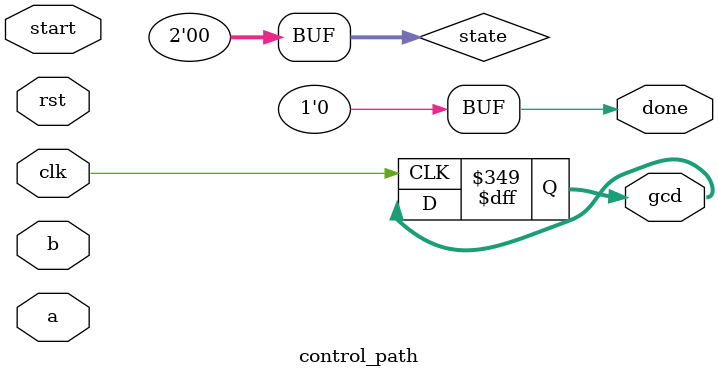
<source format=v>
/*
    Assignment   :  4
    Problem      :  3
    Semester     :  Autumn 2020
    Group        :  G9
    Members      :  Akshat Shukla(18CS10002)
                    Animesh Barua(18CS10003)
*/
module subtractor(a, b, diff);      //returns difference (a-b) in 2s complement form in output diff (simple subtractor)

    input [8:0] a, b;
    output [8:0] diff;

    wire [8:0] _a, _b;

    assign _a = a;
    assign _b = (b^9'b111111111)+1; //compute 2s complement of b

    assign diff = (_a + _b); // may use adder from other assignments here

endmodule

module continous_subtractor(a, b, a_out, done, clk, rst);   //subtracts b from a continously until it is positive and notifies of done by wire done

    input [7:0] a, b;
    input clk, rst;
    output reg done;            //denotes if process of taking till positive difference is completed
    output reg [7:0] a_out;     // final value of a after continous subtraction

    wire[8:0] present_diff;     // contains value of _a-_b always (may be negative)
    reg[8:0] _a, _b;
    reg state;

    always @(rst) begin         // on reset
        _a = a; _b = b;
        done = 0;
    end

    subtractor inst(_a, _b, present_diff);     //present = _a-_b always

    always @(posedge(clk)) begin

        if(done == 0) begin         // if the process is not completed yet
            if(present_diff[8] || present_diff == 0) begin      //check if present_diff > 0
                a_out = _a;         //if difference if negative or 0 dont update _a further and term process done
                done = 1;
            end
            else
                _a = present_diff;  //if difference is positive, put _a = _a-_b
        end

    end

endmodule

module data_path(a, b, load, start_process, process_done, gcd, clk);    //datapath managing all data transctions till output

    input [7:0] a, b;
    input load, start_process, clk;     //start_process should be 1 to begin processing
    output reg process_done;            //denotes if the processing is completed ie we've got the gcd
    output reg [7:0] gcd;               //contains value of gcd after processing

    reg[7:0] _a, _b, temp;              //registers to hold values of input a and b
    wire [7:0] reduced_a;               // get changed value of a after continous subtractions
    wire reducing_done;                 //wire to check if the processing by continous subtractor is complete
    reg state, sub_rst;                 //sub_rst resets the continous subtractor to load new value of a and b and starts processing

    always @(load) begin                // on reset
        _a = a;
        _b = b;
        gcd = 0;
        process_done = 0;
        sub_rst = 1;
    end

    continous_subtractor inst(_a, _b, reduced_a, reducing_done, clk, sub_rst);      //instance of continous subractor

    always @(posedge(clk)) begin

        if(sub_rst) begin               //if continous subtractor if in reset state, get it start working
            sub_rst = 0;
        end
        if(!process_done) begin         //if process is not done yet
            if(start_process) begin     //if we are allowed to start process
                if(reducing_done) begin // if output from continous subtractor has been recieved
                    _a = reduced_a;     //update a with the new value obtained after taking difference
                    if(reduced_a == _b) begin   //if a==b ie we've got the gcd
                        gcd = _a;       //update gcd and render process complete
                        process_done = 1;
                    end
                    else begin          //otherwise swap a and b and reset continous subtractor to load the new swapped values
                        // temp = _a;
                        // _a = _b;
                        // _b = temp;
                        _a <= _b;
                        _b <= _a;
                        sub_rst = 1;
                    end
                end
            end
        end

    end

endmodule

module control_path(a, b, gcd, start, done, clk, rst);      //control path also combines the data path together

    input [7:0] a, b;
    input start, rst, clk;
    output reg [7:0] gcd;           //final value of gcd
    output reg done;                //output to denote of processing is over

    reg [1:0] state;                //state to keep tract of process(DFA states)
    reg alpha, beta;                //alpha to reset the data path beta to start processing with datapath
    wire check_done;                //check if datapath has completed processing
    wire [7:0] data_output;         //copied output of datapath(just to combine the parts)

    always @(rst) begin             //on reset
        done = 0;
        state = 0;
    end

    data_path inst(a, b, alpha, beta, check_done, data_output, clk);        //instanec of datapath

    always @(posedge(clk)) begin

        if(state == 2'b00) begin            //start state, if start is 1 goto next state
            if(start == 1)
                state = 2'b01;
        end

        else if(state == 2'b01) begin       // reset the datapath and move to next state
            state = 2'b11;
            alpha = 1;

        end

        else if(state == 2'b11) begin       //start processing in datapath and wait for it to be done
            alpha = 0;
            beta = 1;
            if(check_done)
                state = 2'b10;
        end

        else if(state == 2'b10) begin      //if processing by datapath is done, move to initial state and update the output
            done = 1;
            gcd = data_output;
            alpha = 0;
            beta = 0;
            state = 2'b00;
        end

    end

endmodule
</source>
